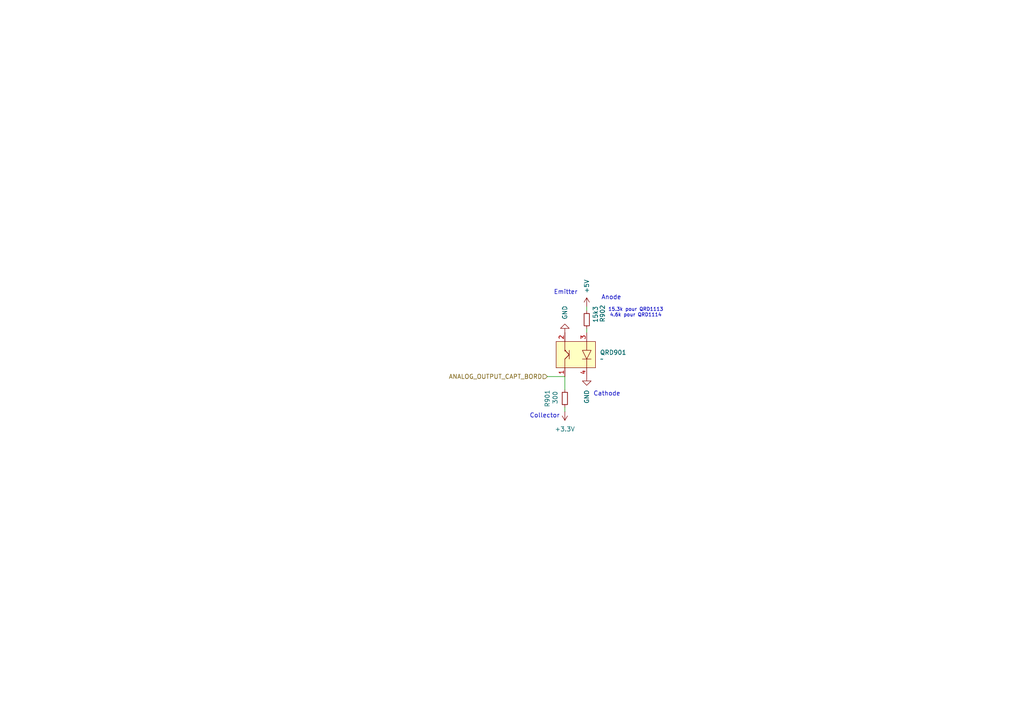
<source format=kicad_sch>
(kicad_sch (version 20231120) (generator "eeschema") (generator_version "8.0")
  (paper "A4")
  (lib_symbols
    (symbol "Device:R_Small" (pin_numbers hide) (pin_names (offset 0.254) hide)
      (property "Reference" "R" (at 0.762 0.508 0))
      (property "Value" "R_Small" (at 0.762 -1.016 0))
      (symbol "R_Small_0_1"
        (rectangle (start -0.762 1.778) (end 0.762 -1.778) (stroke (width 0.2032)))
      )
      (symbol "R_Small_1_1"
        (pin passive line (at 0 2.54 270) (length 0.762) (name "~") (number "1"))
        (pin passive line (at 0 -2.54 90) (length 0.762) (name "~") (number "2"))
      )
    )
    (symbol "QRD1113_1"
      (property "Reference" "QRD1113" (at 0 0 0))
      (symbol "QRD1113_1_1_1"
        (rectangle (start -17.78 3.81) (end -6.35 -3.81) (fill (type background)))
        (polyline (pts (xy -15.24 1.27) (xy -15.24 1.016) (xy -15.24 1.27) (xy -14.986 1.27)))
        (polyline (pts (xy -15.24 3.81) (xy -15.24 1.27) (xy -13.97 0) (xy -15.24 -1.27) (xy -15.24 -3.81) (xy -15.24 -1.27)))
        (polyline (pts (xy -13.97 1.27) (xy -13.97 -1.27) (xy -13.97 0) (xy -15.24 -1.27) (xy -13.97 0) (xy -15.24 1.27)))
        (polyline (pts (xy -8.89 3.81) (xy -8.89 1.27) (xy -7.62 1.27) (xy -8.89 -1.27) (xy -10.16 1.27) (xy -8.89 1.27) (xy -7.62 1.27) (xy -8.89 -1.27) (xy -10.16 -1.27) (xy -7.62 -1.27) (xy -8.89 -1.27) (xy -8.89 -3.81)))
        (pin bidirectional line (at -15.24 -3.81 270) (length 2.54) (name "") (number "1"))
        (pin bidirectional line (at -15.24 3.81 90) (length 2.54) (name "") (number "2"))
        (pin bidirectional line (at -8.89 3.81 90) (length 2.54) (name "") (number "3"))
        (pin bidirectional line (at -8.89 -3.81 270) (length 2.54) (name "") (number "4"))
      )
    )
    (symbol "power:+3.3V" (power) (pin_numbers hide) (pin_names (offset 0) hide)
      (property "Value" "+3.3V" (at 0 3.556 0))
      (symbol "+3.3V_0_1"
        (polyline (pts (xy -0.762 1.27) (xy 0 2.54)))
        (polyline (pts (xy 0 0) (xy 0 2.54)))
        (polyline (pts (xy 0 2.54) (xy 0.762 1.27)))
      )
      (symbol "+3.3V_1_1"
        (pin power_in line (at 0 0 90) (length 0) (name "~") (number "1"))
      )
    )
    (symbol "power:+5V" (power) (pin_numbers hide) (pin_names (offset 0) hide)
      (property "Value" "+5V" (at 0 3.556 0))
      (symbol "+5V_0_1"
        (polyline (pts (xy -0.762 1.27) (xy 0 2.54)))
        (polyline (pts (xy 0 0) (xy 0 2.54)))
        (polyline (pts (xy 0 2.54) (xy 0.762 1.27)))
      )
      (symbol "+5V_1_1"
        (pin power_in line (at 0 0 90) (length 0) (name "~") (number "1"))
      )
    )
    (symbol "power:GND" (power) (pin_numbers hide) (pin_names (offset 0) hide)
      (property "Value" "GND" (at 0 -3.81 0))
      (symbol "GND_0_1"
        (polyline (pts (xy 0 0) (xy 0 -1.27) (xy 1.27 -1.27) (xy 0 -2.54) (xy -1.27 -1.27) (xy 0 -1.27)))
      )
      (symbol "GND_1_1"
        (pin power_in line (at 0 0 270) (length 0) (name "~") (number "1"))
      )
    )
  )
  (wire (pts (xy 170.18 95.25) (xy 170.18 96.52)))
  (wire (pts (xy 163.83 118.11) (xy 163.83 119.38)))
  (wire (pts (xy 158.75 109.22) (xy 163.83 109.22)))
  (wire (pts (xy 170.18 90.17) (xy 170.18 88.9)))
  (wire (pts (xy 163.83 113.03) (xy 163.83 109.22)))
  (text "15.3k pour QRD1113\n4.6k pour QRD1114\n" (at 184.404 90.678 0) (effects (font (size 1 1))))
  (text "Emitter" (at 164.084 84.836 0) (effects (font (size 1.27 1.27))))
  (text "Anode" (at 177.292 86.36 0) (effects (font (size 1.27 1.27))))
  (text "Cathode" (at 176.022 114.3 0) (effects (font (size 1.27 1.27))))
  (text "Collector" (at 157.988 120.65 0) (effects (font (size 1.27 1.27))))
  (hierarchical_label "ANALOG_OUTPUT_CAPT_BORD" (shape input) (at 158.75 109.22 180))
  (symbol (lib_id "power:+3.3V") (at 163.83 119.38 180) (unit 1)
    (property "Reference" "#PWR0902" (effects (hide yes)))
    (property "Value" "+3.3V" (at 163.83 124.46 0))
    (property "Description" "Power symbol creates a global label with name \"+3.3V\"" (effects (hide yes)))
  )
  (symbol (lib_id "Device:R_Small") (at 163.83 115.57 180) (unit 1)
    (property "Reference" "R803" (at 158.75 115.57 90))
    (property "Value" "300" (at 161.036 115.316 90))
    (property "Description" "Resistor, small symbol" (effects (hide yes)))
    (instances (project "Projet_torero" (path "" (reference "R901") (unit 1)) (path "" (reference "R803") (unit 1))))
  )
  (symbol (lib_name "QRD1113_1") (lib_id "QRD1113:QRD1113") (at 179.07 102.87 0) (unit 1)
    (property "Reference" "QRD801" (at 173.99 102.2349 0) (effects (justify left)))
    (property "Value" "~" (at 173.99 104.14 0) (effects (justify left)))
    (property "Footprint" "Connector_JST:JST_EH_B4B-EH-A_1x04_P2.50mm_Vertical" (effects (hide yes)))
    (instances (project "Projet_torero" (path "" (reference "QRD901") (unit 1)) (path "" (reference "QRD801") (unit 1))))
  )
  (symbol (lib_id "power:GND") (at 163.83 96.52 180) (unit 1)
    (property "Reference" "#PWR0805" (effects (hide yes)))
    (property "Value" "GND" (at 163.8299 92.71 90) (effects (justify right)))
    (property "Description" "Power symbol creates a global label with name \"GND\" , ground" (effects (hide yes)))
    (instances (project "Projet_torero" (path "" (reference "#PWR0901") (unit 1)) (path "" (reference "#PWR0805") (unit 1))))
  )
  (symbol (lib_id "power:+5V") (at 170.18 88.9 0) (unit 1)
    (property "Reference" "#PWR0807" (effects (hide yes)))
    (property "Value" "+5V" (at 170.1799 85.09 90) (effects (justify left)))
    (property "Description" "Power symbol creates a global label with name \"+5V\"" (effects (hide yes)))
    (instances (project "Projet_torero" (path "" (reference "#PWR0903") (unit 1)) (path "" (reference "#PWR0807") (unit 1))))
  )
  (symbol (lib_id "power:GND") (at 170.18 109.22 0) (unit 1)
    (property "Reference" "#PWR0808" (effects (hide yes)))
    (property "Value" "GND" (at 170.1799 113.03 90) (effects (justify right)))
    (property "Description" "Power symbol creates a global label with name \"GND\" , ground" (effects (hide yes)))
    (instances (project "Projet_torero" (path "" (reference "#PWR0904") (unit 1)) (path "" (reference "#PWR0808") (unit 1))))
  )
  (symbol (lib_id "Device:R_Small") (at 170.18 92.71 180) (unit 1)
    (property "Reference" "R804" (at 174.752 90.932 90))
    (property "Value" "15k3" (at 172.72 91.186 90))
    (property "Description" "Resistor, small symbol" (effects (hide yes)))
    (instances (project "Projet_torero" (path "" (reference "R902") (unit 1)) (path "" (reference "R804") (unit 1))))
  )
)
</source>
